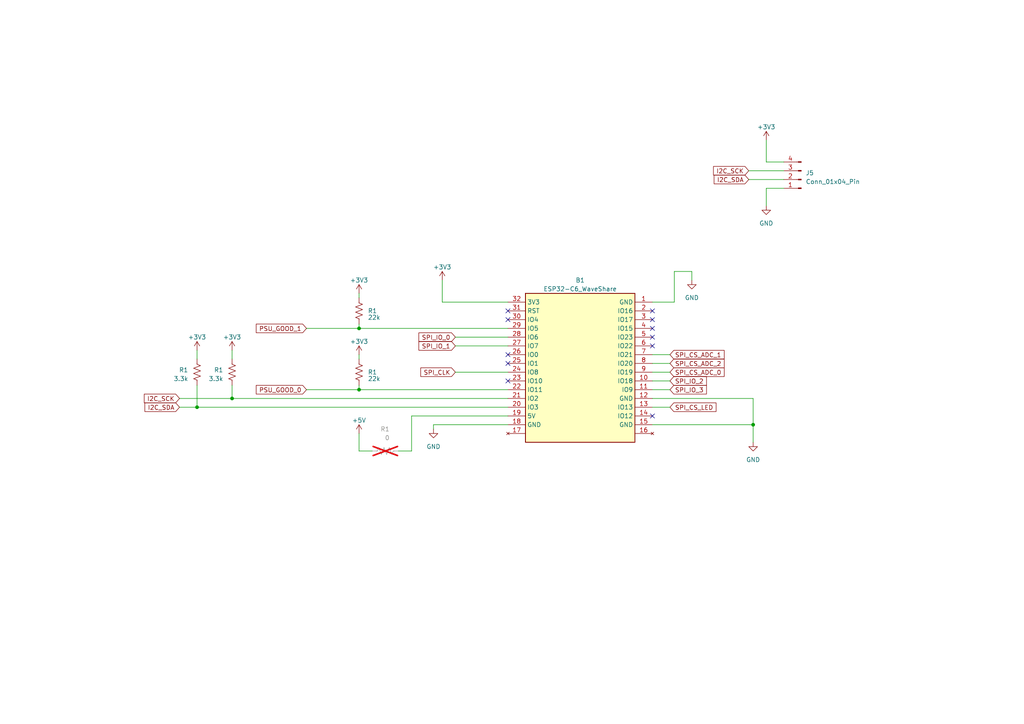
<source format=kicad_sch>
(kicad_sch (version 20230121) (generator eeschema)
  (paper "A4")
  (title_block (title "ESP"))
  (lib_symbols
    (symbol "Connector:Conn_01x04_Pin" (pin_names (offset 1.016) hide)
      (property "Reference" "J" (at 0 5.08 0))
      (property "Value" "Conn_01x04_Pin" (at 0 -7.62 0))
      (symbol "Conn_01x04_Pin_1_1"
        (polyline (pts (xy 1.27 -5.08) (xy 0.8636 -5.08)) (stroke (width 0.1524)))
        (polyline (pts (xy 1.27 -2.54) (xy 0.8636 -2.54)) (stroke (width 0.1524)))
        (polyline (pts (xy 1.27 0) (xy 0.8636 0)) (stroke (width 0.1524)))
        (polyline (pts (xy 1.27 2.54) (xy 0.8636 2.54)) (stroke (width 0.1524)))
        (rectangle (start 0.8636 -4.953) (end 0 -5.207) (stroke (width 0.1524)) (fill (type outline)))
        (rectangle (start 0.8636 -2.413) (end 0 -2.667) (stroke (width 0.1524)) (fill (type outline)))
        (rectangle (start 0.8636 0.127) (end 0 -0.127) (stroke (width 0.1524)) (fill (type outline)))
        (rectangle (start 0.8636 2.667) (end 0 2.413) (stroke (width 0.1524)) (fill (type outline)))
        (pin passive line (at 5.08 2.54 180) (length 3.81) (name "Pin_1") (number "1"))
        (pin passive line (at 5.08 0 180) (length 3.81) (name "Pin_2") (number "2"))
        (pin passive line (at 5.08 -2.54 180) (length 3.81) (name "Pin_3") (number "3"))
        (pin passive line (at 5.08 -5.08 180) (length 3.81) (name "Pin_4") (number "4"))
      )
    )
    (symbol "Device:R_US" (pin_numbers hide) (pin_names (offset 0))
      (property "Reference" "R" (at 2.54 0 90))
      (property "Value" "R_US" (at -2.54 0 90))
      (symbol "R_US_0_1"
        (polyline (pts (xy 0 -2.286) (xy 0 -2.54)))
        (polyline (pts (xy 0 2.286) (xy 0 2.54)))
        (polyline (pts (xy 0 -0.762) (xy 1.016 -1.143) (xy 0 -1.524) (xy -1.016 -1.905) (xy 0 -2.286)))
        (polyline (pts (xy 0 0.762) (xy 1.016 0.381) (xy 0 0) (xy -1.016 -0.381) (xy 0 -0.762)))
        (polyline (pts (xy 0 2.286) (xy 1.016 1.905) (xy 0 1.524) (xy -1.016 1.143) (xy 0 0.762)))
      )
      (symbol "R_US_1_1"
        (pin passive line (at 0 3.81 270) (length 1.27) (name "~") (number "1"))
        (pin passive line (at 0 -3.81 90) (length 1.27) (name "~") (number "2"))
      )
    )
    (symbol "ledian-support-board:ESP32-C6_WaveShare"
      (property "Reference" "B" (at 0 22.86 0))
      (property "Value" "ESP32-C6_WaveShare" (at 1.27 -15.24 0))
      (symbol "ESP32-C6_WaveShare_0_1"
        (rectangle (start -15.24 25.4) (end 16.51 -17.78) (stroke (width 0.254)) (fill (type background)))
      )
      (symbol "ESP32-C6_WaveShare_1_1"
        (pin power_in line (at 21.59 22.86 180) (length 5.08) (name "GND") (number "1"))
        (pin passive line (at 21.59 0 180) (length 5.08) (name "IO18") (number "10"))
        (pin passive line (at 21.59 -2.54 180) (length 5.08) (name "IO9") (number "11"))
        (pin power_in line (at 21.59 -5.08 180) (length 5.08) (name "GND") (number "12"))
        (pin passive line (at 21.59 -7.62 180) (length 5.08) (name "IO13") (number "13"))
        (pin passive line (at 21.59 -10.16 180) (length 5.08) (name "IO12") (number "14"))
        (pin input line (at 21.59 -12.7 180) (length 5.08) (name "GND") (number "15"))
        (pin no_connect line (at 21.59 -15.24 180) (length 5.08) (name "") (number "16"))
        (pin no_connect line (at -20.32 -15.24 0) (length 5.08) (name "") (number "17"))
        (pin power_in line (at -20.32 -12.7 0) (length 5.08) (name "GND") (number "18"))
        (pin power_in line (at -20.32 -10.16 0) (length 5.08) (name "5V") (number "19"))
        (pin passive line (at 21.59 20.32 180) (length 5.08) (name "IO16") (number "2"))
        (pin passive line (at -20.32 -7.62 0) (length 5.08) (name "IO3") (number "20"))
        (pin passive line (at -20.32 -5.08 0) (length 5.08) (name "IO2") (number "21"))
        (pin passive line (at -20.32 -2.54 0) (length 5.08) (name "IO11") (number "22"))
        (pin passive line (at -20.32 0 0) (length 5.08) (name "IO10") (number "23"))
        (pin passive line (at -20.32 2.54 0) (length 5.08) (name "IO8") (number "24"))
        (pin passive line (at -20.32 5.08 0) (length 5.08) (name "IO1") (number "25"))
        (pin passive line (at -20.32 7.62 0) (length 5.08) (name "IO0") (number "26"))
        (pin passive line (at -20.32 10.16 0) (length 5.08) (name "IO7") (number "27"))
        (pin passive line (at -20.32 12.7 0) (length 5.08) (name "IO6") (number "28"))
        (pin passive line (at -20.32 15.24 0) (length 5.08) (name "IO5") (number "29"))
        (pin passive line (at 21.59 17.78 180) (length 5.08) (name "IO17") (number "3"))
        (pin passive line (at -20.32 17.78 0) (length 5.08) (name "IO4") (number "30"))
        (pin input line (at -20.32 20.32 0) (length 5.08) (name "RST") (number "31"))
        (pin power_out line (at -20.32 22.86 0) (length 5.08) (name "3V3") (number "32"))
        (pin passive line (at 21.59 15.24 180) (length 5.08) (name "IO15") (number "4"))
        (pin passive line (at 21.59 12.7 180) (length 5.08) (name "IO23") (number "5"))
        (pin passive line (at 21.59 10.16 180) (length 5.08) (name "IO22") (number "6"))
        (pin passive line (at 21.59 7.62 180) (length 5.08) (name "IO21") (number "7"))
        (pin passive line (at 21.59 5.08 180) (length 5.08) (name "IO20") (number "8"))
        (pin passive line (at 21.59 2.54 180) (length 5.08) (name "IO19") (number "9"))
      )
    )
    (symbol "power:+3V3" (power) (pin_names (offset 0))
      (property "Value" "+3V3" (at 0 3.556 0))
      (symbol "+3V3_0_1"
        (polyline (pts (xy -0.762 1.27) (xy 0 2.54)))
        (polyline (pts (xy 0 0) (xy 0 2.54)))
        (polyline (pts (xy 0 2.54) (xy 0.762 1.27)))
      )
      (symbol "+3V3_1_1"
        (pin power_in line (at 0 0 90) (length 0) hide (name "+3V3") (number "1"))
      )
    )
    (symbol "power:+5V" (power) (pin_names (offset 0))
      (property "Value" "+5V" (at 0 3.556 0))
      (symbol "+5V_0_1"
        (polyline (pts (xy -0.762 1.27) (xy 0 2.54)))
        (polyline (pts (xy 0 0) (xy 0 2.54)))
        (polyline (pts (xy 0 2.54) (xy 0.762 1.27)))
      )
      (symbol "+5V_1_1"
        (pin power_in line (at 0 0 90) (length 0) hide (name "+5V") (number "1"))
      )
    )
    (symbol "power:GND" (power) (pin_names (offset 0))
      (property "Value" "GND" (at 0 -3.81 0))
      (symbol "GND_0_1"
        (polyline (pts (xy 0 0) (xy 0 -1.27) (xy 1.27 -1.27) (xy 0 -2.54) (xy -1.27 -1.27) (xy 0 -1.27)))
      )
      (symbol "GND_1_1"
        (pin power_in line (at 0 0 270) (length 0) hide (name "GND") (number "1"))
      )
    )
  )
  (junction (at 104.14 95.25))
  (junction (at 104.14 113.03))
  (junction (at 57.15 118.11))
  (junction (at 67.31 115.57))
  (junction (at 218.44 123.19))
  (no_connect (at 189.23 92.71))
  (no_connect (at 147.32 92.71))
  (no_connect (at 147.32 102.87))
  (no_connect (at 189.23 120.65))
  (no_connect (at 189.23 97.79))
  (no_connect (at 147.32 105.41))
  (no_connect (at 189.23 100.33))
  (no_connect (at 189.23 90.17))
  (no_connect (at 147.32 90.17))
  (no_connect (at 147.32 110.49))
  (no_connect (at 189.23 95.25))
  (wire (pts (xy 128.27 81.28) (xy 128.27 87.63)))
  (wire (pts (xy 132.08 97.79) (xy 147.32 97.79)))
  (wire (pts (xy 104.14 111.76) (xy 104.14 113.03)))
  (wire (pts (xy 67.31 101.6) (xy 67.31 104.14)))
  (wire (pts (xy 104.14 93.98) (xy 104.14 95.25)))
  (wire (pts (xy 200.66 78.74) (xy 200.66 81.28)))
  (wire (pts (xy 104.14 102.87) (xy 104.14 104.14)))
  (wire (pts (xy 52.07 115.57) (xy 67.31 115.57)))
  (wire (pts (xy 195.58 78.74) (xy 200.66 78.74)))
  (wire (pts (xy 218.44 123.19) (xy 218.44 128.27)))
  (wire (pts (xy 189.23 123.19) (xy 218.44 123.19)))
  (wire (pts (xy 104.14 130.81) (xy 107.95 130.81)))
  (wire (pts (xy 218.44 115.57) (xy 218.44 123.19)))
  (wire (pts (xy 104.14 95.25) (xy 147.32 95.25)))
  (wire (pts (xy 195.58 87.63) (xy 195.58 78.74)))
  (wire (pts (xy 128.27 87.63) (xy 147.32 87.63)))
  (wire (pts (xy 125.73 123.19) (xy 125.73 124.46)))
  (wire (pts (xy 222.25 54.61) (xy 222.25 59.69)))
  (wire (pts (xy 189.23 105.41) (xy 194.31 105.41)))
  (wire (pts (xy 52.07 118.11) (xy 57.15 118.11)))
  (wire (pts (xy 88.9 113.03) (xy 104.14 113.03)))
  (wire (pts (xy 125.73 123.19) (xy 147.32 123.19)))
  (wire (pts (xy 67.31 115.57) (xy 147.32 115.57)))
  (wire (pts (xy 57.15 118.11) (xy 147.32 118.11)))
  (wire (pts (xy 132.08 100.33) (xy 147.32 100.33)))
  (wire (pts (xy 222.25 40.64) (xy 222.25 46.99)))
  (wire (pts (xy 217.17 49.53) (xy 227.33 49.53)))
  (wire (pts (xy 189.23 118.11) (xy 194.31 118.11)))
  (wire (pts (xy 189.23 87.63) (xy 195.58 87.63)))
  (wire (pts (xy 115.57 130.81) (xy 119.38 130.81)))
  (wire (pts (xy 227.33 54.61) (xy 222.25 54.61)))
  (wire (pts (xy 57.15 101.6) (xy 57.15 104.14)))
  (wire (pts (xy 132.08 107.95) (xy 147.32 107.95)))
  (wire (pts (xy 57.15 111.76) (xy 57.15 118.11)))
  (wire (pts (xy 67.31 111.76) (xy 67.31 115.57)))
  (wire (pts (xy 189.23 102.87) (xy 194.31 102.87)))
  (wire (pts (xy 119.38 120.65) (xy 147.32 120.65)))
  (wire (pts (xy 189.23 110.49) (xy 194.31 110.49)))
  (wire (pts (xy 189.23 115.57) (xy 218.44 115.57)))
  (wire (pts (xy 217.17 52.07) (xy 227.33 52.07)))
  (wire (pts (xy 119.38 130.81) (xy 119.38 120.65)))
  (wire (pts (xy 189.23 113.03) (xy 194.31 113.03)))
  (wire (pts (xy 104.14 85.09) (xy 104.14 86.36)))
  (wire (pts (xy 104.14 125.73) (xy 104.14 130.81)))
  (wire (pts (xy 104.14 113.03) (xy 147.32 113.03)))
  (wire (pts (xy 189.23 107.95) (xy 194.31 107.95)))
  (wire (pts (xy 88.9 95.25) (xy 104.14 95.25)))
  (wire (pts (xy 222.25 46.99) (xy 227.33 46.99)))
  (global_label "I2C_SCK" (shape input) (at 217.17 49.53 180) (property "Intersheetrefs" "${INTERSHEET_REFS}" (effects hide)))
  (global_label "SPI_CS_ADC_1" (shape input) (at 194.31 102.87 0) (property "Intersheetrefs" "${INTERSHEET_REFS}" (effects hide)))
  (global_label "SPI_CS_ADC_2" (shape input) (at 194.31 105.41 0) (property "Intersheetrefs" "${INTERSHEET_REFS}" (effects hide)))
  (global_label "SPI_IO_2" (shape input) (at 194.31 110.49 0) (property "Intersheetrefs" "${INTERSHEET_REFS}" (effects hide)))
  (global_label "PSU_GOOD_1" (shape input) (at 88.9 95.25 180) (property "Intersheetrefs" "${INTERSHEET_REFS}" (effects hide)))
  (global_label "SPI_CLK" (shape input) (at 132.08 107.95 180) (property "Intersheetrefs" "${INTERSHEET_REFS}" (effects hide)))
  (global_label "I2C_SDA" (shape input) (at 52.07 118.11 180) (property "Intersheetrefs" "${INTERSHEET_REFS}" (effects hide)))
  (global_label "SPI_IO_1" (shape input) (at 132.08 100.33 180) (property "Intersheetrefs" "${INTERSHEET_REFS}" (effects hide)))
  (global_label "SPI_CS_ADC_0" (shape input) (at 194.31 107.95 0) (property "Intersheetrefs" "${INTERSHEET_REFS}" (effects hide)))
  (global_label "SPI_IO_3" (shape input) (at 194.31 113.03 0) (property "Intersheetrefs" "${INTERSHEET_REFS}" (effects hide)))
  (global_label "SPI_CS_LED" (shape input) (at 194.31 118.11 0) (property "Intersheetrefs" "${INTERSHEET_REFS}" (effects hide)))
  (global_label "SPI_IO_0" (shape input) (at 132.08 97.79 180) (property "Intersheetrefs" "${INTERSHEET_REFS}" (effects hide)))
  (global_label "I2C_SDA" (shape input) (at 217.17 52.07 180) (property "Intersheetrefs" "${INTERSHEET_REFS}" (effects hide)))
  (global_label "PSU_GOOD_0" (shape input) (at 88.9 113.03 180) (property "Intersheetrefs" "${INTERSHEET_REFS}" (effects hide)))
  (global_label "I2C_SCK" (shape input) (at 52.07 115.57 180) (property "Intersheetrefs" "${INTERSHEET_REFS}" (effects hide)))
  (symbol (lib_id "Device:R_US") (at 67.31 107.95 0) (unit 1)
    (property "Reference" "R1" (at 64.77 107.315 0) (effects (justify right)))
    (property "Value" "3.3k" (at 64.77 109.855 0) (effects (justify right)))
    (property "Footprint" "Resistor_SMD:R_0805_2012Metric" (effects hide))
    (property "LCSC" "C114222" (effects hide))
  )
  (symbol (lib_id "power:+3V3") (at 128.27 81.28 0) (unit 1)
    (property "Reference" "#PWR027" (effects hide))
    (property "Value" "+3V3" (at 128.27 77.47 0))
    (instances (project "ledian-support-board" (path "" (reference "#PWR027") (unit 1)) (path "" (reference "#PWR07") (unit 1)) (path "" (reference "#PWR088") (unit 1))))
  )
  (symbol (lib_id "Connector:Conn_01x04_Pin") (at 232.41 52.07 180) (unit 1)
    (property "Reference" "J5" (at 233.68 50.165 0) (effects (justify right)))
    (property "Value" "Conn_01x04_Pin" (at 233.68 52.705 0) (effects (justify right)))
    (property "Footprint" "Connector_JST:JST_XH_B4B-XH-A_1x04_P2.50mm_Vertical" (effects hide))
  )
  (symbol (lib_id "power:+5V") (at 104.14 125.73 0) (unit 1)
    (property "Reference" "#PWR070" (effects hide))
    (property "Value" "+5V" (at 104.14 121.92 0))
    (instances (project "ledian-support-board" (path "" (reference "#PWR070") (unit 1)) (path "" (reference "#PWR024") (unit 1)) (path "" (reference "#PWR085") (unit 1))))
  )
  (symbol (lib_id "power:+3V3") (at 67.31 101.6 0) (unit 1)
    (property "Reference" "#PWR026" (effects hide))
    (property "Value" "+3V3" (at 67.31 97.79 0))
    (instances (project "ledian-support-board" (path "" (reference "#PWR026") (unit 1)) (path "" (reference "#PWR01") (unit 1)) (path "" (reference "#PWR026") (unit 1))))
  )
  (symbol (lib_id "power:GND") (at 222.25 59.69 0) (unit 1)
    (property "Reference" "#PWR01" (effects hide))
    (property "Value" "GND" (at 222.25 64.77 0))
    (instances (project "ledian-support-board" (path "" (reference "#PWR01") (unit 1)) (path "" (reference "#PWR01") (unit 1)) (path "" (reference "#PWR029") (unit 1)) (path "" (reference "#PWR055") (unit 1))))
  )
  (symbol (lib_id "power:+3V3") (at 104.14 85.09 0) (unit 1)
    (property "Reference" "#PWR026" (effects hide))
    (property "Value" "+3V3" (at 104.14 81.28 0))
    (instances (project "ledian-support-board" (path "" (reference "#PWR026") (unit 1)) (path "" (reference "#PWR01") (unit 1)) (path "" (reference "#PWR071") (unit 1))))
  )
  (symbol (lib_id "ledian-support-board:ESP32-C6_WaveShare") (at 167.64 110.49 0) (unit 1)
    (property "Reference" "B1" (at 168.275 81.28 0))
    (property "Value" "ESP32-C6_WaveShare" (at 168.275 83.82 0))
    (property "Footprint" "ledian-support-board:ESP32-C6_WaveShare" (effects hide))
  )
  (symbol (lib_id "Device:R_US") (at 104.14 107.95 0) (unit 1)
    (property "Reference" "R1" (at 106.68 107.95 0) (effects (justify left)))
    (property "Value" "22k" (at 106.68 109.855 0) (effects (justify left)))
    (property "Footprint" "Resistor_SMD:R_0805_2012Metric" (effects hide))
    (property "LCSC" "C114565" (effects hide))
    (instances (project "ledian-support-board" (path "" (reference "R1") (unit 1)) (path "" (reference "R1") (unit 1)) (path "" (reference "R28") (unit 1))))
  )
  (symbol (lib_id "power:+3V3") (at 57.15 101.6 0) (unit 1)
    (property "Reference" "#PWR026" (effects hide))
    (property "Value" "+3V3" (at 57.15 97.79 0))
    (instances (project "ledian-support-board" (path "" (reference "#PWR026") (unit 1)) (path "" (reference "#PWR01") (unit 1)) (path "" (reference "#PWR044") (unit 1))))
  )
  (symbol (lib_id "Device:R_US") (at 57.15 107.95 0) (unit 1)
    (property "Reference" "R1" (at 54.61 107.315 0) (effects (justify right)))
    (property "Value" "3.3k" (at 54.61 109.855 0) (effects (justify right)))
    (property "Footprint" "Resistor_SMD:R_0805_2012Metric" (effects hide))
    (property "LCSC" "C114222" (effects hide))
    (instances (project "ledian-support-board" (path "" (reference "R1") (unit 1)) (path "" (reference "R1") (unit 1)) (path "" (reference "R10") (unit 1))))
  )
  (symbol (lib_id "power:GND") (at 218.44 128.27 0) (unit 1)
    (property "Reference" "#PWR01" (effects hide))
    (property "Value" "GND" (at 218.44 133.35 0))
    (instances (project "ledian-support-board" (path "" (reference "#PWR01") (unit 1)) (path "" (reference "#PWR01") (unit 1)) (path "" (reference "#PWR029") (unit 1)) (path "" (reference "#PWR060") (unit 1))))
  )
  (symbol (lib_id "Device:R_US") (at 111.76 130.81 90) (unit 1) (dnp yes)
    (property "Reference" "R1" (at 113.03 124.46 90) (effects (justify left)))
    (property "Value" "0" (at 113.03 127 90) (effects (justify left)))
    (property "Footprint" "Resistor_SMD:R_0805_2012Metric" (effects hide))
    (instances (project "ledian-support-board" (path "" (reference "R1") (unit 1)) (path "" (reference "R1") (unit 1)) (path "" (reference "R29") (unit 1))))
  )
  (symbol (lib_id "Device:R_US") (at 104.14 90.17 0) (unit 1)
    (property "Reference" "R1" (at 106.68 90.17 0) (effects (justify left)))
    (property "Value" "22k" (at 106.68 92.075 0) (effects (justify left)))
    (property "Footprint" "Resistor_SMD:R_0805_2012Metric" (effects hide))
    (property "LCSC" "C114565" (effects hide))
    (instances (project "ledian-support-board" (path "" (reference "R1") (unit 1)) (path "" (reference "R1") (unit 1)) (path "" (reference "R19") (unit 1))))
  )
  (symbol (lib_id "power:+3V3") (at 222.25 40.64 0) (mirror y) (unit 1)
    (property "Reference" "#PWR026" (effects hide))
    (property "Value" "+3V3" (at 222.25 36.83 0))
    (instances (project "ledian-support-board" (path "" (reference "#PWR026") (unit 1)) (path "" (reference "#PWR01") (unit 1)) (path "" (reference "#PWR057") (unit 1))))
  )
  (symbol (lib_id "power:GND") (at 200.66 81.28 0) (unit 1)
    (property "Reference" "#PWR01" (effects hide))
    (property "Value" "GND" (at 200.66 86.36 0))
    (instances (project "ledian-support-board" (path "" (reference "#PWR01") (unit 1)) (path "" (reference "#PWR01") (unit 1)) (path "" (reference "#PWR029") (unit 1)) (path "" (reference "#PWR046") (unit 1))))
  )
  (symbol (lib_id "power:+3V3") (at 104.14 102.87 0) (unit 1)
    (property "Reference" "#PWR026" (effects hide))
    (property "Value" "+3V3" (at 104.14 99.06 0))
    (instances (project "ledian-support-board" (path "" (reference "#PWR026") (unit 1)) (path "" (reference "#PWR01") (unit 1)) (path "" (reference "#PWR081") (unit 1))))
  )
  (symbol (lib_id "power:GND") (at 125.73 124.46 0) (unit 1)
    (property "Reference" "#PWR01" (effects hide))
    (property "Value" "GND" (at 125.73 129.54 0))
    (instances (project "ledian-support-board" (path "" (reference "#PWR01") (unit 1)) (path "" (reference "#PWR01") (unit 1)) (path "" (reference "#PWR029") (unit 1)) (path "" (reference "#PWR090") (unit 1))))
  )
)
</source>
